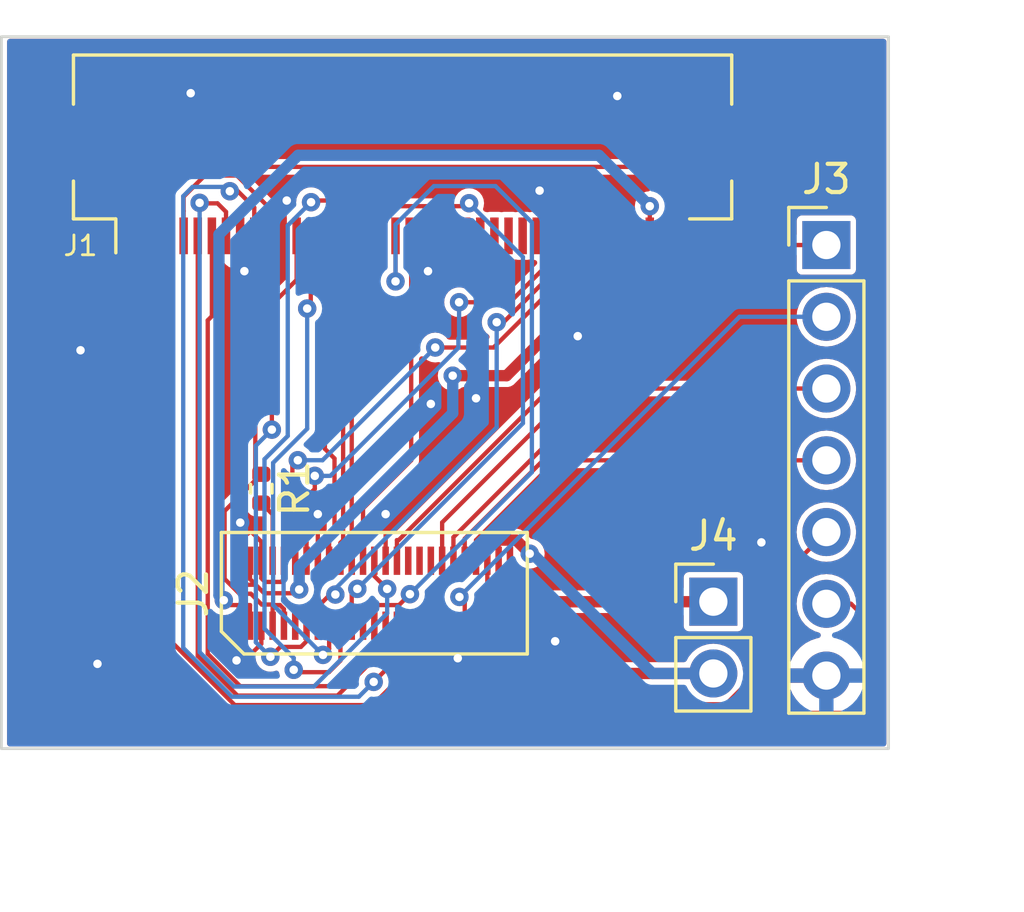
<source format=kicad_pcb>
(kicad_pcb (version 20240108) (generator "pcbnew") (generator_version "8.0")
  (layers (0 "F.Cu" signal) (31 "B.Cu" signal) (34 "B.Paste" user) (35 "F.Paste" user) (36 "B.SilkS" user "B.Silkscreen") (37 "F.SilkS" user "F.Silkscreen") (38 "B.Mask" user) (39 "F.Mask" user) (44 "Edge.Cuts" user))
  (net 0 "")
  (net 1 "VGL")
  (net 2 "GND")
  (net 3 "VGH")
  (net 4 "VCOM")
  (net 5 "VPOS")
  (net 6 "VNEG")
  (net 7 "+3V3")
  (net 10 "/BORDER")
  (net 14 "/GDOE")
  (net 15 "/GDCLK")
  (net 16 "/GDSP")
  (net 17 "/ESDCLK")
  (net 18 "/ED0")
  (net 19 "/ED8")
  (net 20 "/ED1")
  (net 21 "/ED9")
  (net 22 "/ED2")
  (net 23 "/ED10")
  (net 24 "/ED3")
  (net 25 "/ED11")
  (net 26 "/ED4")
  (net 27 "/ED12")
  (net 28 "/ED5")
  (net 29 "/ED13")
  (net 30 "/ED6")
  (net 31 "/ED14")
  (net 32 "/ED7")
  (net 33 "/ED15")
  (net 34 "/SDCE0")
  (net 35 "/ESDLE")
  (net 36 "/ESDOE")
  (net 39 "/CTP_SDA")
  (net 40 "/CTP_SCL")
  (net 43 "/LED_K")
  (net 44 "/LED_A")
  (net 46 "/CTP_RST")
  (net 49 "/CTP_INT")
  (net 50 "/CTP_VCCIO")
  (net 51 "Net-(J2-Pin_8)")
  (net 52 "/CTP_VDD")
  (footprint "Connector_PinHeader_2.54mm:PinHeader_1x07_P2.54mm_Vertical" (layer "F.Cu") (at 177 80.375)
    (property "Reference" "J3" (at 0 -2.33 0) (layer "F.SilkS"))
    (property "Value" "Conn_01x07")
    (fp_line (start -1.33 -1.33) (end 0 -1.33) (stroke (width 0.12)) (layer "F.SilkS"))
    (fp_line (start -1.33 0) (end -1.33 -1.33) (stroke (width 0.12)) (layer "F.SilkS"))
    (fp_line (start -1.33 1.27) (end -1.33 16.57) (stroke (width 0.12)) (layer "F.SilkS"))
    (fp_line (start -1.33 1.27) (end 1.33 1.27) (stroke (width 0.12)) (layer "F.SilkS"))
    (fp_line (start -1.33 16.57) (end 1.33 16.57) (stroke (width 0.12)) (layer "F.SilkS"))
    (fp_line (start 1.33 1.27) (end 1.33 16.57) (stroke (width 0.12)) (layer "F.SilkS"))
    (pad "1" thru_hole rect (at 0 0) (size 1.7 1.7) (drill 1) (layers "*.Cu" "*.Mask") (net 39 "/CTP_SDA"))
    (pad "2" thru_hole oval (at 0 2.54) (size 1.7 1.7) (drill 1) (layers "*.Cu" "*.Mask") (net 40 "/CTP_SCL"))
    (pad "3" thru_hole oval (at 0 5.08) (size 1.7 1.7) (drill 1) (layers "*.Cu" "*.Mask") (net 49 "/CTP_INT"))
    (pad "4" thru_hole oval (at 0 7.62) (size 1.7 1.7) (drill 1) (layers "*.Cu" "*.Mask") (net 46 "/CTP_RST"))
    (pad "5" thru_hole oval (at 0 10.16) (size 1.7 1.7) (drill 1) (layers "*.Cu" "*.Mask") (net 52 "/CTP_VDD"))
    (pad "6" thru_hole oval (at 0 12.7) (size 1.7 1.7) (drill 1) (layers "*.Cu" "*.Mask") (net 50 "/CTP_VCCIO"))
    (pad "7" thru_hole oval (at 0 15.24) (size 1.7 1.7) (drill 1) (layers "*.Cu" "*.Mask") (net 2 "GND"))
  )
  (footprint "Resistor_SMD:R_0402_1005Metric" (layer "F.Cu") (at 157 89 -90)
    (property "Reference" "R1" (at 0 -1.17 90) (layer "F.SilkS"))
    (property "Value" "10K")
    (fp_line (start -0.153641 0.38) (end 0.153641 0.38) (stroke (width 0.12)) (layer "F.SilkS"))
    (fp_line (start -0.153641 -0.38) (end 0.153641 -0.38) (stroke (width 0.12)) (layer "F.SilkS"))
    (pad "1" smd roundrect (at -0.51 0 270) (size 0.54 0.64) (layers "F.Cu" "F.Paste" "F.Mask") (net 7 "+3V3"))
    (pad "2" smd roundrect (at 0.51 0 270) (size 0.54 0.64) (layers "F.Cu" "F.Paste" "F.Mask") (net 51 "Net-(J2-Pin_8)"))
  )
  (footprint "Connector_PinHeader_2.54mm:PinHeader_1x02_P2.54mm_Vertical" (layer "F.Cu") (at 173 93)
    (property "Reference" "J4" (at 0 -2.33 0) (layer "F.SilkS"))
    (property "Value" "Conn_01x02")
    (fp_line (start -1.33 -1.33) (end 0 -1.33) (stroke (width 0.12)) (layer "F.SilkS"))
    (fp_line (start -1.33 0) (end -1.33 -1.33) (stroke (width 0.12)) (layer "F.SilkS"))
    (fp_line (start -1.33 1.27) (end -1.33 3.87) (stroke (width 0.12)) (layer "F.SilkS"))
    (fp_line (start -1.33 1.27) (end 1.33 1.27) (stroke (width 0.12)) (layer "F.SilkS"))
    (fp_line (start -1.33 3.87) (end 1.33 3.87) (stroke (width 0.12)) (layer "F.SilkS"))
    (fp_line (start 1.33 1.27) (end 1.33 3.87) (stroke (width 0.12)) (layer "F.SilkS"))
    (pad "1" thru_hole rect (at 0 0) (size 1.7 1.7) (drill 1) (layers "*.Cu" "*.Mask") (net 44 "/LED_A"))
    (pad "2" thru_hole oval (at 0 2.54) (size 1.7 1.7) (drill 1) (layers "*.Cu" "*.Mask") (net 43 "/LED_K"))
  )
  (footprint "footprints:BM20B-0.8-50" (layer "F.Cu") (at 161 92.7)
    (property "Reference" "J2" (at -6.415 0 90) (layer "F.SilkS"))
    (property "Value" "FH28-50S-0.5SH")
    (fp_line (start -5.415 -2.15) (end 5.415 -2.15) (stroke (width 0.12)) (layer "F.SilkS"))
    (fp_line (start -5.415 1.35) (end -5.415 -2.15) (stroke (width 0.12)) (layer "F.SilkS"))
    (fp_line (start -4.615 2.15) (end -5.415 1.35) (stroke (width 0.12)) (layer "F.SilkS"))
    (fp_line (start 5.415 -2.15) (end 5.415 2.15) (stroke (width 0.12)) (layer "F.SilkS"))
    (fp_line (start 5.415 2.15) (end -4.615 2.15) (stroke (width 0.12)) (layer "F.SilkS"))
    (pad "1" smd rect (at -4.8 1.15) (size 0.23 1) (layers "F.Cu" "F.Paste" "F.Mask") (net 6 "VNEG"))
    (pad "2" smd rect (at -4.8 -1.15) (size 0.23 1) (layers "F.Cu" "F.Paste" "F.Mask") (net 5 "VPOS"))
    (pad "3" smd rect (at -4.4 1.15) (size 0.23 1) (layers "F.Cu" "F.Paste" "F.Mask") (net 6 "VNEG"))
    (pad "4" smd rect (at -4.4 -1.15) (size 0.23 1) (layers "F.Cu" "F.Paste" "F.Mask") (net 5 "VPOS"))
    (pad "5" smd rect (at -4 1.15) (size 0.23 1) (layers "F.Cu" "F.Paste" "F.Mask") (net 2 "GND"))
    (pad "6" smd rect (at -4 -1.15) (size 0.23 1) (layers "F.Cu" "F.Paste" "F.Mask") (net 2 "GND"))
    (pad "7" smd rect (at -3.6 1.15) (size 0.23 1) (layers "F.Cu" "F.Paste" "F.Mask") (net 7 "+3V3"))
    (pad "8" smd rect (at -3.6 -1.15) (size 0.23 1) (layers "F.Cu" "F.Paste" "F.Mask") (net 51 "Net-(J2-Pin_8)"))
    (pad "9" smd rect (at -3.2 1.15) (size 0.23 1) (layers "F.Cu" "F.Paste" "F.Mask") (net 7 "+3V3"))
    (pad "10" smd rect (at -3.2 -1.15) (size 0.23 1) (layers "F.Cu" "F.Paste" "F.Mask") (net 2 "GND"))
    (pad "11" smd rect (at -2.8 1.15) (size 0.23 1) (layers "F.Cu" "F.Paste" "F.Mask"))
    (pad "12" smd rect (at -2.8 -1.15) (size 0.23 1) (layers "F.Cu" "F.Paste" "F.Mask") (net 36 "/ESDOE"))
    (pad "13" smd rect (at -2.4 1.15) (size 0.23 1) (layers "F.Cu" "F.Paste" "F.Mask") (net 17 "/ESDCLK"))
    (pad "14" smd rect (at -2.4 -1.15) (size 0.23 1) (layers "F.Cu" "F.Paste" "F.Mask") (net 34 "/SDCE0"))
    (pad "15" smd rect (at -2 1.15) (size 0.23 1) (layers "F.Cu" "F.Paste" "F.Mask") (net 35 "/ESDLE"))
    (pad "16" smd rect (at -2 -1.15) (size 0.23 1) (layers "F.Cu" "F.Paste" "F.Mask") (net 2 "GND"))
    (pad "17" smd rect (at -1.6 1.15) (size 0.23 1) (layers "F.Cu" "F.Paste" "F.Mask") (net 18 "/ED0"))
    (pad "18" smd rect (at -1.6 -1.15) (size 0.23 1) (layers "F.Cu" "F.Paste" "F.Mask") (net 20 "/ED1"))
    (pad "19" smd rect (at -1.2 1.15) (size 0.23 1) (layers "F.Cu" "F.Paste" "F.Mask") (net 22 "/ED2"))
    (pad "20" smd rect (at -1.2 -1.15) (size 0.23 1) (layers "F.Cu" "F.Paste" "F.Mask") (net 24 "/ED3"))
    (pad "21" smd rect (at -0.8 1.15) (size 0.23 1) (layers "F.Cu" "F.Paste" "F.Mask") (net 26 "/ED4"))
    (pad "22" smd rect (at -0.8 -1.15) (size 0.23 1) (layers "F.Cu" "F.Paste" "F.Mask") (net 28 "/ED5"))
    (pad "23" smd rect (at -0.4 1.15) (size 0.23 1) (layers "F.Cu" "F.Paste" "F.Mask") (net 30 "/ED6"))
    (pad "24" smd rect (at -0.4 -1.15) (size 0.23 1) (layers "F.Cu" "F.Paste" "F.Mask") (net 32 "/ED7"))
    (pad "25" smd rect (at 0 1.15) (size 0.23 1) (layers "F.Cu" "F.Paste" "F.Mask") (net 15 "/GDCLK"))
    (pad "26" smd rect (at 0 -1.15) (size 0.23 1) (layers "F.Cu" "F.Paste" "F.Mask") (net 16 "/GDSP"))
    (pad "27" smd rect (at 0.4 1.15) (size 0.23 1) (layers "F.Cu" "F.Paste" "F.Mask") (net 14 "/GDOE"))
    (pad "28" smd rect (at 0.4 -1.15) (size 0.23 1) (layers "F.Cu" "F.Paste" "F.Mask") (net 2 "GND"))
    (pad "29" smd rect (at 0.8 1.15) (size 0.23 1) (layers "F.Cu" "F.Paste" "F.Mask") (net 4 "VCOM"))
    (pad "30" smd rect (at 0.8 -1.15) (size 0.23 1) (layers "F.Cu" "F.Paste" "F.Mask") (net 10 "/BORDER"))
    (pad "31" smd rect (at 1.2 1.15) (size 0.23 1) (layers "F.Cu" "F.Paste" "F.Mask"))
    (pad "32" smd rect (at 1.2 -1.15) (size 0.23 1) (layers "F.Cu" "F.Paste" "F.Mask"))
    (pad "33" smd rect (at 1.6 1.15) (size 0.23 1) (layers "F.Cu" "F.Paste" "F.Mask"))
    (pad "34" smd rect (at 1.6 -1.15) (size 0.23 1) (layers "F.Cu" "F.Paste" "F.Mask"))
    (pad "35" smd rect (at 2 1.15) (size 0.23 1) (layers "F.Cu" "F.Paste" "F.Mask") (net 3 "VGH"))
    (pad "36" smd rect (at 2 -1.15) (size 0.23 1) (layers "F.Cu" "F.Paste" "F.Mask"))
    (pad "37" smd rect (at 2.4 1.15) (size 0.23 1) (layers "F.Cu" "F.Paste" "F.Mask") (net 50 "/CTP_VCCIO"))
    (pad "38" smd rect (at 2.4 -1.15) (size 0.23 1) (layers "F.Cu" "F.Paste" "F.Mask") (net 1 "VGL"))
    (pad "39" smd rect (at 2.8 1.15) (size 0.23 1) (layers "F.Cu" "F.Paste" "F.Mask") (net 2 "GND"))
    (pad "40" smd rect (at 2.8 -1.15) (size 0.23 1) (layers "F.Cu" "F.Paste" "F.Mask") (net 39 "/CTP_SDA"))
    (pad "41" smd rect (at 3.2 1.15) (size 0.23 1) (layers "F.Cu" "F.Paste" "F.Mask") (net 40 "/CTP_SCL"))
    (pad "42" smd rect (at 3.2 -1.15) (size 0.23 1) (layers "F.Cu" "F.Paste" "F.Mask") (net 49 "/CTP_INT"))
    (pad "43" smd rect (at 3.6 1.15) (size 0.23 1) (layers "F.Cu" "F.Paste" "F.Mask") (net 52 "/CTP_VDD"))
    (pad "44" smd rect (at 3.6 -1.15) (size 0.23 1) (layers "F.Cu" "F.Paste" "F.Mask") (net 46 "/CTP_RST"))
    (pad "45" smd rect (at 4 1.15) (size 0.23 1) (layers "F.Cu" "F.Paste" "F.Mask") (net 43 "/LED_K"))
    (pad "46" smd rect (at 4 -1.15) (size 0.23 1) (layers "F.Cu" "F.Paste" "F.Mask") (net 43 "/LED_K"))
    (pad "47" smd rect (at 4.4 1.15) (size 0.23 1) (layers "F.Cu" "F.Paste" "F.Mask") (net 44 "/LED_A"))
    (pad "48" smd rect (at 4.4 -1.15) (size 0.23 1) (layers "F.Cu" "F.Paste" "F.Mask") (net 43 "/LED_K"))
    (pad "49" smd rect (at 4.8 1.15) (size 0.23 1) (layers "F.Cu" "F.Paste" "F.Mask") (net 44 "/LED_A"))
    (pad "50" smd rect (at 4.8 -1.15) (size 0.23 1) (layers "F.Cu" "F.Paste" "F.Mask") (net 43 "/LED_K"))
  )
  (footprint "footprints:Hirose_FH12-40S-0.5SH_1x40-1MP_P0.50mm_Horizontal_Reversed" (layer "F.Cu") (at 162 78.15 180)
    (property "Reference" "J1" (at 11.4 -2.25 0) (layer "F.SilkS") (effects (font (size 0.7 0.7) (thickness 0.1))))
    (property "Value" "FH12-40S-0.5SH")
    (fp_line (start 11.65 4.5) (end 11.65 2.76) (stroke (width 0.12)) (layer "F.SilkS"))
    (fp_line (start 11.65 -1.3) (end 11.65 0.04) (stroke (width 0.12)) (layer "F.SilkS"))
    (fp_line (start 10.16 -1.3) (end 11.65 -1.3) (stroke (width 0.12)) (layer "F.SilkS"))
    (fp_line (start 10.15 -1.3) (end 10.15 -2.5) (stroke (width 0.12)) (layer "F.SilkS"))
    (fp_line (start -10.16 -1.3) (end -11.65 -1.3) (stroke (width 0.12)) (layer "F.SilkS"))
    (fp_line (start -11.65 4.5) (end 11.65 4.5) (stroke (width 0.12)) (layer "F.SilkS"))
    (fp_line (start -11.65 2.76) (end -11.65 4.5) (stroke (width 0.12)) (layer "F.SilkS"))
    (fp_line (start -11.65 -1.3) (end -11.65 0.04) (stroke (width 0.12)) (layer "F.SilkS"))
    (pad "1" smd rect (at 9.75 -1.9) (size 0.3 1.3) (layers "F.Cu" "F.Paste" "F.Mask") (net 1 "VGL"))
    (pad "2" smd rect (at 9.25 -1.9) (size 0.3 1.3) (layers "F.Cu" "F.Paste" "F.Mask"))
    (pad "3" smd rect (at 8.75 -1.9) (size 0.3 1.3) (layers "F.Cu" "F.Paste" "F.Mask") (net 3 "VGH"))
    (pad "4" smd rect (at 8.25 -1.9) (size 0.3 1.3) (layers "F.Cu" "F.Paste" "F.Mask"))
    (pad "5" smd rect (at 7.75 -1.9) (size 0.3 1.3) (layers "F.Cu" "F.Paste" "F.Mask") (net 7 "+3V3"))
    (pad "6" smd rect (at 7.25 -1.9) (size 0.3 1.3) (layers "F.Cu" "F.Paste" "F.Mask") (net 14 "/GDOE"))
    (pad "7" smd rect (at 6.75 -1.9) (size 0.3 1.3) (layers "F.Cu" "F.Paste" "F.Mask") (net 15 "/GDCLK"))
    (pad "8" smd rect (at 6.25 -1.9) (size 0.3 1.3) (layers "F.Cu" "F.Paste" "F.Mask") (net 16 "/GDSP"))
    (pad "9" smd rect (at 5.75 -1.9) (size 0.3 1.3) (layers "F.Cu" "F.Paste" "F.Mask") (net 2 "GND"))
    (pad "10" smd rect (at 5.25 -1.9) (size 0.3 1.3) (layers "F.Cu" "F.Paste" "F.Mask") (net 4 "VCOM"))
    (pad "11" smd rect (at 4.75 -1.9) (size 0.3 1.3) (layers "F.Cu" "F.Paste" "F.Mask") (net 7 "+3V3"))
    (pad "12" smd rect (at 4.25 -1.9) (size 0.3 1.3) (layers "F.Cu" "F.Paste" "F.Mask") (net 2 "GND"))
    (pad "13" smd rect (at 3.75 -1.9) (size 0.3 1.3) (layers "F.Cu" "F.Paste" "F.Mask") (net 17 "/ESDCLK"))
    (pad "14" smd rect (at 3.25 -1.9) (size 0.3 1.3) (layers "F.Cu" "F.Paste" "F.Mask") (net 18 "/ED0"))
    (pad "15" smd rect (at 2.75 -1.9) (size 0.3 1.3) (layers "F.Cu" "F.Paste" "F.Mask") (net 20 "/ED1"))
    (pad "16" smd rect (at 2.25 -1.9) (size 0.3 1.3) (layers "F.Cu" "F.Paste" "F.Mask") (net 22 "/ED2"))
    (pad "17" smd rect (at 1.75 -1.9) (size 0.3 1.3) (layers "F.Cu" "F.Paste" "F.Mask") (net 24 "/ED3"))
    (pad "18" smd rect (at 1.25 -1.9) (size 0.3 1.3) (layers "F.Cu" "F.Paste" "F.Mask") (net 26 "/ED4"))
    (pad "19" smd rect (at 0.75 -1.9) (size 0.3 1.3) (layers "F.Cu" "F.Paste" "F.Mask") (net 28 "/ED5"))
    (pad "20" smd rect (at 0.25 -1.9) (size 0.3 1.3) (layers "F.Cu" "F.Paste" "F.Mask") (net 30 "/ED6"))
    (pad "21" smd rect (at -0.25 -1.9) (size 0.3 1.3) (layers "F.Cu" "F.Paste" "F.Mask") (net 32 "/ED7"))
    (pad "22" smd rect (at -0.75 -1.9) (size 0.3 1.3) (layers "F.Cu" "F.Paste" "F.Mask") (net 2 "GND"))
    (pad "23" smd rect (at -1.25 -1.9) (size 0.3 1.3) (layers "F.Cu" "F.Paste" "F.Mask") (net 19 "/ED8"))
    (pad "24" smd rect (at -1.75 -1.9) (size 0.3 1.3) (layers "F.Cu" "F.Paste" "F.Mask") (net 21 "/ED9"))
    (pad "25" smd rect (at -2.25 -1.9) (size 0.3 1.3) (layers "F.Cu" "F.Paste" "F.Mask") (net 23 "/ED10"))
    (pad "26" smd rect (at -2.75 -1.9) (size 0.3 1.3) (layers "F.Cu" "F.Paste" "F.Mask") (net 25 "/ED11"))
    (pad "27" smd rect (at -3.25 -1.9) (size 0.3 1.3) (layers "F.Cu" "F.Paste" "F.Mask") (net 27 "/ED12"))
    (pad "28" smd rect (at -3.75 -1.9) (size 0.3 1.3) (layers "F.Cu" "F.Paste" "F.Mask") (net 29 "/ED13"))
    (pad "29" smd rect (at -4.25 -1.9) (size 0.3 1.3) (layers "F.Cu" "F.Paste" "F.Mask") (net 31 "/ED14"))
    (pad "30" smd rect (at -4.75 -1.9) (size 0.3 1.3) (layers "F.Cu" "F.Paste" "F.Mask") (net 33 "/ED15"))
    (pad "31" smd rect (at -5.25 -1.9) (size 0.3 1.3) (layers "F.Cu" "F.Paste" "F.Mask") (net 34 "/SDCE0"))
    (pad "32" smd rect (at -5.75 -1.9) (size 0.3 1.3) (layers "F.Cu" "F.Paste" "F.Mask") (net 35 "/ESDLE"))
    (pad "33" smd rect (at -6.25 -1.9) (size 0.3 1.3) (layers "F.Cu" "F.Paste" "F.Mask") (net 36 "/ESDOE"))
    (pad "34" smd rect (at -6.75 -1.9) (size 0.3 1.3) (layers "F.Cu" "F.Paste" "F.Mask"))
    (pad "35" smd rect (at -7.25 -1.9) (size 0.3 1.3) (layers "F.Cu" "F.Paste" "F.Mask"))
    (pad "36" smd rect (at -7.75 -1.9) (size 0.3 1.3) (layers "F.Cu" "F.Paste" "F.Mask") (net 5 "VPOS"))
    (pad "37" smd rect (at -8.25 -1.9) (size 0.3 1.3) (layers "F.Cu" "F.Paste" "F.Mask"))
    (pad "38" smd rect (at -8.75 -1.9) (size 0.3 1.3) (layers "F.Cu" "F.Paste" "F.Mask") (net 6 "VNEG"))
    (pad "39" smd rect (at -9.25 -1.9) (size 0.3 1.3) (layers "F.Cu" "F.Paste" "F.Mask"))
    (pad "40" smd rect (at -9.75 -1.9) (size 0.3 1.3) (layers "F.Cu" "F.Paste" "F.Mask") (net 10 "/BORDER"))
    (pad "MP" smd rect (at -11.65 1.4 180) (size 1.8 2.2) (layers "F.Cu" "F.Paste" "F.Mask") (net 2 "GND"))
    (pad "MP" smd rect (at 11.65 1.4 180) (size 1.8 2.2) (layers "F.Cu" "F.Paste" "F.Mask") (net 2 "GND"))
  )
  (gr_rect (start 147.8 73) (end 179.2 98.2) (stroke (width 0.1)) (fill none) (layer "Edge.Cuts"))
  (segment (start 172.135 79.2938) (end 170.4499 77.6087) (width 0.1524) (layer "F.Cu") (net 1))
  (segment (start 152.25 80.05) (end 152.25 79.1697) (width 0.1524) (layer "F.Cu") (net 1))
  (segment (start 153.811 77.6087) (end 152.25 79.1697) (width 0.1524) (layer "F.Cu") (net 1))
  (segment (start 163.4 91.55) (end 163.4 90.1951) (width 0.1524) (layer "F.Cu") (net 1))
  (segment (start 163.4 90.1951) (end 172.135 81.4601) (width 0.1524) (layer "F.Cu") (net 1))
  (segment (start 172.135 81.4601) (end 172.135 79.2938) (width 0.1524) (layer "F.Cu") (net 1))
  (segment (start 170.4499 77.6087) (end 153.811 77.6087) (width 0.1524) (layer "F.Cu") (net 1))
  (segment (start 157.75 78.95) (end 157.9 78.8) (width 0.1524) (layer "F.Cu") (net 2))
  (segment (start 164.6 85.8) (end 166 85.8) (width 0.1524) (layer "F.Cu") (net 2))
  (segment (start 157.131052 92.3) (end 157.7 92.3) (width 0.1524) (layer "F.Cu") (net 2))
  (segment (start 161.4 89.9) (end 164.6 86.7) (width 0.1524) (layer "F.Cu") (net 2))
  (segment (start 156.2536 90.2) (end 156.3222 90.2) (width 0.1524) (layer "F.Cu") (net 2))
  (segment (start 159 91.55) (end 159 89.9) (width 0.1524) (layer "F.Cu") (net 2))
  (segment (start 157.7 92.3) (end 157.8 92.2) (width 0.1524) (layer "F.Cu") (net 2))
  (segment (start 156.3222 90.2) (end 157 90.8778) (width 0.1524) (layer "F.Cu") (net 2))
  (segment (start 157 94.488191) (end 157 93.85) (width 0.1524) (layer "F.Cu") (net 2))
  (segment (start 156.410698 95.077493) (end 157 94.488191) (width 0.1524) (layer "F.Cu") (net 2))
  (segment (start 164.6 86.7) (end 164.6 85.8) (width 0.1524) (layer "F.Cu") (net 2))
  (segment (start 157 91.55) (end 157 92.168948) (width 0.1524) (layer "F.Cu") (net 2))
  (segment (start 157.8 92.2) (end 157.8 91.55) (width 0.1524) (layer "F.Cu") (net 2))
  (segment (start 157.75 80.05) (end 157.75 78.95) (width 0.1524) (layer "F.Cu") (net 2))
  (segment (start 156.122507 95.077493) (end 156.410698 95.077493) (width 0.1524) (layer "F.Cu") (net 2))
  (segment (start 166 85.8) (end 168.2 83.6) (width 0.1524) (layer "F.Cu") (net 2))
  (segment (start 156.25 81.15) (end 156.4 81.3) (width 0.1524) (layer "F.Cu") (net 2))
  (segment (start 163.8 93.85) (end 163.8 94.8464) (width 0.1524) (layer "F.Cu") (net 2))
  (segment (start 157 92.168948) (end 157.131052 92.3) (width 0.1524) (layer "F.Cu") (net 2))
  (segment (start 161.4 91.55) (end 161.4 89.9) (width 0.1524) (layer "F.Cu") (net 2))
  (segment (start 156.25 80.05) (end 156.25 81.15) (width 0.1524) (layer "F.Cu") (net 2))
  (segment (start 157 90.8778) (end 157 91.55) (width 0.1524) (layer "F.Cu") (net 2))
  (segment (start 164.4 86) (end 164.6 85.8) (width 0.1524) (layer "F.Cu") (net 2))
  (segment (start 163 86) (end 164.4 86) (width 0.1524) (layer "F.Cu") (net 2))
  (segment (start 162.75 80.05) (end 162.75 81.15) (width 0.1524) (layer "F.Cu") (net 2))
  (segment (start 163.8 94.8464) (end 163.9536 95) (width 0.1524) (layer "F.Cu") (net 2))
  (segment (start 162.75 81.15) (end 162.9 81.3) (width 0.1524) (layer "F.Cu") (net 2))
  (via (at 156.122507 95.077493) (size 0.65) (drill 0.3) (layers "F.Cu" "B.Cu") (net 2))
  (via (at 169.6 75.1) (size 0.65) (drill 0.3) (layers "F.Cu" "B.Cu") (net 2))
  (via (at 166.85 78.45) (size 0.65) (drill 0.3) (layers "F.Cu" "B.Cu") (net 2))
  (via (at 154.5 75) (size 0.65) (drill 0.3) (layers "F.Cu" "B.Cu") (net 2))
  (via (at 151.2 95.2) (size 0.65) (drill 0.3) (layers "F.Cu" "B.Cu") (net 2))
  (via (at 163 86) (size 0.65) (drill 0.3) (layers "F.Cu" "B.Cu") (net 2))
  (via (at 163.9536 95) (size 0.65) (drill 0.3) (layers "F.Cu" "B.Cu") (net 2))
  (via (at 167.4 94.4) (size 0.65) (drill 0.3) (layers "F.Cu" "B.Cu") (net 2))
  (via (at 156.2536 90.2) (size 0.65) (drill 0.3) (layers "F.Cu" "B.Cu") (net 2))
  (via (at 164.6 85.8) (size 0.65) (drill 0.3) (layers "F.Cu" "B.Cu") (net 2))
  (via (at 162.9 81.3) (size 0.65) (drill 0.3) (layers "F.Cu" "B.Cu") (net 2))
  (via (at 157.9 78.8) (size 0.65) (drill 0.3) (layers "F.Cu" "B.Cu") (net 2))
  (via (at 174.7 90.9) (size 0.65) (drill 0.3) (layers "F.Cu" "B.Cu") (net 2))
  (via (at 159 89.9) (size 0.65) (drill 0.3) (layers "F.Cu" "B.Cu") (net 2))
  (via (at 156.4 81.3) (size 0.65) (drill 0.3) (layers "F.Cu" "B.Cu") (net 2))
  (via (at 161.4 89.9) (size 0.65) (drill 0.3) (layers "F.Cu" "B.Cu") (net 2))
  (via (at 150.6 84.1) (size 0.65) (drill 0.3) (layers "F.Cu" "B.Cu") (net 2))
  (via (at 168.2 83.6) (size 0.65) (drill 0.3) (layers "F.Cu" "B.Cu") (net 2))
  (segment (start 163.2 94.2464) (end 163.9536 95) (width 0.1524) (layer "B.Cu") (net 2))
  (segment (start 158 93.2) (end 158.1 93.2) (width 0.1524) (layer "B.Cu") (net 2))
  (segment (start 159 92.8) (end 159 92.2) (width 0.1524) (layer "B.Cu") (net 2))
  (segment (start 158.4 93.4) (end 159 92.8) (width 0.1524) (layer "B.Cu") (net 2))
  (segment (start 159 89.9) (end 162.9 86) (width 0.1524) (layer "B.Cu") (net 2))
  (segment (start 158.3 93.4) (end 158.4 93.4) (width 0.1524) (layer "B.Cu") (net 2))
  (segment (start 162.9 86) (end 163 86) (width 0.1524) (layer "B.Cu") (net 2))
  (segment (start 163.2 92.7) (end 163.2 94.2464) (width 0.1524) (layer "B.Cu") (net 2))
  (segment (start 159 89.9) (end 157.7871 91.1129) (width 0.1524) (layer "B.Cu") (net 2))
  (segment (start 164.6 85.8) (end 164.6 82.217091) (width 0.1524) (layer "B.Cu") (net 2))
  (segment (start 159 92.2) (end 161.3 89.9) (width 0.1524) (layer "B.Cu") (net 2))
  (segment (start 158.1 93.2) (end 158.3 93.4) (width 0.1524) (layer "B.Cu") (net 2))
  (segment (start 164.6 82.217091) (end 163.682909 81.3) (width 0.1524) (layer "B.Cu") (net 2))
  (segment (start 167.5 79.1) (end 167.5 88.4) (width 0.1524) (layer "B.Cu") (net 2))
  (segment (start 167.5 88.4) (end 163.2 92.7) (width 0.1524) (layer "B.Cu") (net 2))
  (segment (start 157.9 78.8) (end 158.7165 77.9835) (width 0.1524) (layer "B.Cu") (net 2))
  (segment (start 166.3835 77.9835) (end 167.5 79.1) (width 0.1524) (layer "B.Cu") (net 2))
  (segment (start 157.7871 92.9871) (end 158 93.2) (width 0.1524) (layer "B.Cu") (net 2))
  (segment (start 158.7165 77.9835) (end 166.3835 77.9835) (width 0.1524) (layer "B.Cu") (net 2))
  (segment (start 161.3 89.9) (end 161.4 89.9) (width 0.1524) (layer "B.Cu") (net 2))
  (segment (start 163.682909 81.3) (end 162.9 81.3) (width 0.1524) (layer "B.Cu") (net 2))
  (segment (start 157.7871 91.1129) (end 157.7871 92.9871) (width 0.1524) (layer "B.Cu") (net 2))
  (segment (start 153.25 93.85) (end 156.0588 96.6588) (width 0.1524) (layer "F.Cu") (net 3))
  (segment (start 163 94.6007) (end 163 93.85) (width 0.1524) (layer "F.Cu") (net 3))
  (segment (start 156.0588 96.6588) (end 160.9419 96.6588) (width 0.1524) (layer "F.Cu") (net 3))
  (segment (start 153.25 80.05) (end 153.25 93.85) (width 0.1524) (layer "F.Cu") (net 3))
  (segment (start 160.9419 96.6588) (end 163 94.6007) (width 0.1524) (layer "F.Cu") (net 3))
  (segment (start 161.8 95.0153) (end 161.8 93.85) (width 0.1524) (layer "F.Cu") (net 4))
  (segment (start 156.75 79.05) (end 156.1705 78.4705) (width 0.1524) (layer "F.Cu") (net 4))
  (segment (start 160.9769 95.8384) (end 161.8 95.0153) (width 0.1524) (layer "F.Cu") (net 4))
  (segment (start 156.75 80.05) (end 156.75 79.05) (width 0.1524) (layer "F.Cu") (net 4))
  (segment (start 156.1705 78.4705) (end 155.8853 78.4705) (width 0.1524) (layer "F.Cu") (net 4))
  (via (at 155.8853 78.4705) (size 0.65) (drill 0.3) (layers "F.Cu" "B.Cu") (net 4))
  (via (at 160.9769 95.8384) (size 0.65) (drill 0.3) (layers "F.Cu" "B.Cu") (net 4))
  (segment (start 154.5646 78.3176) (end 154.2352 78.647) (width 0.1524) (layer "B.Cu") (net 4))
  (segment (start 155.7324 78.3176) (end 154.5646 78.3176) (width 0.1524) (layer "B.Cu") (net 4))
  (segment (start 155.8853 78.4705) (end 155.7324 78.3176) (width 0.1524) (layer "B.Cu") (net 4))
  (segment (start 160.4515 96.3638) (end 160.9769 95.8384) (width 0.1524) (layer "B.Cu") (net 4))
  (segment (start 155.9638 96.3638) (end 160.4515 96.3638) (width 0.1524) (layer "B.Cu") (net 4))
  (segment (start 154.2352 78.647) (end 154.2352 94.6352) (width 0.1524) (layer "B.Cu") (net 4))
  (segment (start 154.2352 94.6352) (end 155.9638 96.3638) (width 0.1524) (layer "B.Cu") (net 4))
  (segment (start 157.1 92.7) (end 156.9 92.5) (width 0.1524) (layer "F.Cu") (net 5))
  (segment (start 158.2097 92.7) (end 157.1 92.7) (width 0.1524) (layer "F.Cu") (net 5))
  (segment (start 158.3407 92.569) (end 158.2097 92.7) (width 0.1524) (layer "F.Cu") (net 5))
  (segment (start 156.6 92.2) (end 156.6 91.55) (width 0.1524) (layer "F.Cu") (net 5))
  (segment (start 169.75 80.9303) (end 165.6805 84.9998) (width 0.4) (layer "F.Cu") (net 5))
  (segment (start 169.75 80.05) (end 169.75 80.9303) (width 0.1524) (layer "F.Cu") (net 5))
  (segment (start 156.2 91.55) (end 156.2 92.096148) (width 0.1524) (layer "F.Cu") (net 5))
  (segment (start 165.6805 84.9998) (end 163.7747 84.9998) (width 0.4) (layer "F.Cu") (net 5))
  (segment (start 156.2 92.096148) (end 156.503852 92.4) (width 0.1524) (layer "F.Cu") (net 5))
  (segment (start 156.9 92.5) (end 156.8 92.4) (width 0.1524) (layer "F.Cu") (net 5))
  (segment (start 156.503852 92.4) (end 156.8 92.4) (width 0.1524) (layer "F.Cu") (net 5))
  (segment (start 156.8 92.4) (end 156.6 92.2) (width 0.1524) (layer "F.Cu") (net 5))
  (via (at 158.3407 92.569) (size 0.65) (drill 0.3) (layers "F.Cu" "B.Cu") (net 5))
  (via (at 163.7747 84.9998) (size 0.65) (drill 0.3) (layers "F.Cu" "B.Cu") (net 5))
  (segment (start 158.3407 91.7593) (end 158.3407 92.569) (width 0.4) (layer "B.Cu") (net 5))
  (segment (start 163.7747 86.3253) (end 158.3407 91.7593) (width 0.4) (layer "B.Cu") (net 5))
  (segment (start 163.7747 84.9998) (end 163.7747 86.3253) (width 0.4) (layer "B.Cu") (net 5))
  (segment (start 155.8447 93.1197) (end 155.6722 92.9472) (width 0.1524) (layer "F.Cu") (net 6))
  (segment (start 156.6 93.85) (end 156.6 93.1197) (width 0.1524) (layer "F.Cu") (net 6))
  (segment (start 156.6 93.1197) (end 156.2 93.1197) (width 0.1524) (layer "F.Cu") (net 6))
  (segment (start 156.2 93.85) (end 156.2 93.1197) (width 0.1524) (layer "F.Cu") (net 6))
  (segment (start 156.2 93.1197) (end 155.8447 93.1197) (width 0.1524) (layer "F.Cu") (net 6))
  (segment (start 170.75 79) (end 170.75 80.05) (width 0.1524) (layer "F.Cu") (net 6))
  (via (at 155.6722 92.9472) (size 0.65) (drill 0.3) (layers "F.Cu" "B.Cu") (net 6))
  (via (at 170.75 79) (size 0.65) (drill 0.3) (layers "F.Cu" "B.Cu") (net 6))
  (segment (start 155.5 92.775) (end 155.6722 92.9472) (width 0.4) (layer "B.Cu") (net 6))
  (segment (start 168.95 77.2) (end 158.3 77.2) (width 0.4) (layer "B.Cu") (net 6))
  (segment (start 170.75 79) (end 168.95 77.2) (width 0.4) (layer "B.Cu") (net 6))
  (segment (start 155.5 80) (end 155.5 92.775) (width 0.4) (layer "B.Cu") (net 6))
  (segment (start 158.3 77.2) (end 155.5 80) (width 0.4) (layer "B.Cu") (net 6))
  (segment (start 156.629243 92.717891) (end 156.2258 92.717891) (width 0.1524) (layer "F.Cu") (net 7))
  (segment (start 157.3803 93.1) (end 157.011352 93.1) (width 0.1524) (layer "F.Cu") (net 7))
  (segment (start 157.8 93.4848) (end 157.8 93.2607) (width 0.1524) (layer "F.Cu") (net 7))
  (segment (start 157.659 93.1197) (end 157.4 93.1197) (width 0.1524) (layer "F.Cu") (net 7))
  (segment (start 157.25 79.0281) (end 156.1371 77.9152) (width 0.1524) (layer "F.Cu") (net 7))
  (segment (start 154.9977 77.9152) (end 154.25 78.6629) (width 0.1524) (layer "F.Cu") (net 7))
  (segment (start 157.25 81.3858) (end 156.7865 81.8493) (width 0.1524) (layer "F.Cu") (net 7))
  (segment (start 157.25 79.1697) (end 157.25 79.0281) (width 0.1524) (layer "F.Cu") (net 7))
  (segment (start 156.1371 77.9152) (end 154.9977 77.9152) (width 0.1524) (layer "F.Cu") (net 7))
  (segment (start 157.25 79.6098) (end 157.25 79.1697) (width 0.1524) (layer "F.Cu") (net 7))
  (segment (start 156.7865 88.2765) (end 157 88.49) (width 0.1524) (layer "F.Cu") (net 7))
  (segment (start 157.011352 93.1) (end 156.629243 92.717891) (width 0.1524) (layer "F.Cu") (net 7))
  (segment (start 156.7865 81.8493) (end 156.7865 88.2765) (width 0.1524) (layer "F.Cu") (net 7))
  (segment (start 157.4 93.85) (end 157.4 93.1197) (width 0.1524) (layer "F.Cu") (net 7))
  (segment (start 156.2258 92.717891) (end 155.7 92.192091) (width 0.1524) (layer "F.Cu") (net 7))
  (segment (start 157.8 93.2607) (end 157.659 93.1197) (width 0.1524) (layer "F.Cu") (net 7))
  (segment (start 155.7 92.192091) (end 155.7 89.79) (width 0.1524) (layer "F.Cu") (net 7))
  (segment (start 157.25 79.6098) (end 157.25 80.05) (width 0.1524) (layer "F.Cu") (net 7))
  (segment (start 157.4 93.1197) (end 157.3803 93.1) (width 0.1524) (layer "F.Cu") (net 7))
  (segment (start 154.25 80.05) (end 154.25 79.1697) (width 0.1524) (layer "F.Cu") (net 7))
  (segment (start 157.8 93.85) (end 157.8 93.4848) (width 0.1524) (layer "F.Cu") (net 7))
  (segment (start 155.7 89.79) (end 157 88.49) (width 0.1524) (layer "F.Cu") (net 7))
  (segment (start 154.25 78.6629) (end 154.25 79.1697) (width 0.1524) (layer "F.Cu") (net 7))
  (segment (start 157.25 80.05) (end 157.25 81.3858) (width 0.1524) (layer "F.Cu") (net 7))
  (segment (start 161.8 90.8197) (end 161.8606 90.8197) (width 0.1524) (layer "F.Cu") (net 10))
  (segment (start 171.75 80.05) (end 171.75 80.9303) (width 0.1524) (layer "F.Cu") (net 10))
  (segment (start 161.8606 90.8197) (end 171.75 80.9303) (width 0.1524) (layer "F.Cu") (net 10))
  (segment (start 161.8 91.55) (end 161.8 90.8197) (width 0.1524) (layer "F.Cu") (net 10))
  (segment (start 154.75 80.05) (end 154.75 94.918948) (width 0.1524) (layer "F.Cu") (net 14))
  (segment (start 159.6975 96.3235) (end 161.4 94.621) (width 0.1524) (layer "F.Cu") (net 14))
  (segment (start 161.4 94.621) (end 161.4 93.85) (width 0.1524) (layer "F.Cu") (net 14))
  (segment (start 156.154552 96.3235) (end 159.6975 96.3235) (width 0.1524) (layer "F.Cu") (net 14))
  (segment (start 154.75 94.918948) (end 156.154552 96.3235) (width 0.1524) (layer "F.Cu") (net 14))
  (segment (start 155.1032 94.841096) (end 155.1032 83.0403) (width 0.1524) (layer "F.Cu") (net 15))
  (segment (start 161 94.5803) (end 159.5905 95.9898) (width 0.1524) (layer "F.Cu") (net 15))
  (segment (start 156.251904 95.9898) (end 155.1032 94.841096) (width 0.1524) (layer "F.Cu") (net 15))
  (segment (start 155.1032 83.0403) (end 155.25 82.8935) (width 0.1524) (layer "F.Cu") (net 15))
  (segment (start 159.5905 95.9898) (end 156.251904 95.9898) (width 0.1524) (layer "F.Cu") (net 15))
  (segment (start 161 93.85) (end 161 94.5803) (width 0.1524) (layer "F.Cu") (net 15))
  (segment (start 155.25 82.8935) (end 155.25 80.05) (width 0.1524) (layer "F.Cu") (net 15))
  (segment (start 154.8161 78.8821) (end 154.834 78.9) (width 0.1524) (layer "F.Cu") (net 16))
  (segment (start 155.45 78.9) (end 155.75 79.2) (width 0.1524) (layer "F.Cu") (net 16))
  (segment (start 161 91.55) (end 161 92.0928) (width 0.1524) (layer "F.Cu") (net 16))
  (segment (start 161 92.0928) (end 161.4539 92.5467) (width 0.1524) (layer "F.Cu") (net 16))
  (segment (start 154.834 78.9) (end 155.45 78.9) (width 0.1524) (layer "F.Cu") (net 16))
  (segment (start 155.75 79.2) (end 155.75 80.05) (width 0.1524) (layer "F.Cu") (net 16))
  (via (at 154.8161 78.8821) (size 0.65) (drill 0.3) (layers "F.Cu" "B.Cu") (net 16))
  (via (at 161.4539 92.5467) (size 0.65) (drill 0.3) (layers "F.Cu" "B.Cu") (net 16))
  (segment (start 154.8161 94.785048) (end 154.8161 78.8821) (width 0.1524) (layer "B.Cu") (net 16))
  (segment (start 161.4539 92.5467) (end 161.4539 93.4109) (width 0.1524) (layer "B.Cu") (net 16))
  (segment (start 158.8623 96.0025) (end 156.033552 96.0025) (width 0.1524) (layer "B.Cu") (net 16))
  (segment (start 156.033552 96.0025) (end 154.8161 94.785048) (width 0.1524) (layer "B.Cu") (net 16))
  (segment (start 161.4539 93.4109) (end 158.8623 96.0025) (width 0.1524) (layer "B.Cu") (net 16))
  (segment (start 158.6 94.4) (end 158.4 94.6) (width 0.1524) (layer "F.Cu") (net 17))
  (segment (start 157.6711 94.6) (end 157.3207 94.9504) (width 0.1524) (layer "F.Cu") (net 17))
  (segment (start 157.3727 82.4842) (end 157.3727 86.9097) (width 0.1524) (layer "F.Cu") (net 17))
  (segment (start 158.25 80.05) (end 158.25 81.6069) (width 0.1524) (layer "F.Cu") (net 17))
  (segment (start 158.6 93.85) (end 158.6 94.4) (width 0.1524) (layer "F.Cu") (net 17))
  (segment (start 158.25 81.6069) (end 157.3727 82.4842) (width 0.1524) (layer "F.Cu") (net 17))
  (segment (start 158.4 94.6) (end 157.6711 94.6) (width 0.1524) (layer "F.Cu") (net 17))
  (via (at 157.3727 86.9097) (size 0.65) (drill 0.3) (layers "F.Cu" "B.Cu") (net 17))
  (via (at 157.3207 94.9504) (size 0.65) (drill 0.3) (layers "F.Cu" "B.Cu") (net 17))
  (segment (start 156.8072 94.4369) (end 157.3207 94.9504) (width 0.1524) (layer "B.Cu") (net 17))
  (segment (start 156.8072 87.4752) (end 156.8072 94.4369) (width 0.1524) (layer "B.Cu") (net 17))
  (segment (start 157.3727 86.9097) (end 156.8072 87.4752) (width 0.1524) (layer "B.Cu") (net 17))
  (segment (start 159.4 93.85) (end 159.4 94.6662) (width 0.1524) (layer "F.Cu") (net 18))
  (segment (start 159.4 94.6662) (end 159.183 94.8832) (width 0.1524) (layer "F.Cu") (net 18))
  (segment (start 158.75 80.05) (end 158.75 82.4958) (width 0.1524) (layer "F.Cu") (net 18))
  (segment (start 158.75 82.4958) (end 158.6232 82.6226) (width 0.1524) (layer "F.Cu") (net 18))
  (via (at 158.6232 82.6226) (size 0.65) (drill 0.3) (layers "F.Cu" "B.Cu") (net 18))
  (via (at 159.183 94.8832) (size 0.65) (drill 0.3) (layers "F.Cu" "B.Cu") (net 18))
  (segment (start 158.6232 86.8781) (end 158.6232 82.6226) (width 0.1524) (layer "B.Cu") (net 18))
  (segment (start 157.4168 88.0845) (end 158.6232 86.8781) (width 0.1524) (layer "B.Cu") (net 18))
  (segment (start 157.4168 93.117) (end 157.4168 88.0845) (width 0.1524) (layer "B.Cu") (net 18))
  (segment (start 159.183 94.8832) (end 157.4168 93.117) (width 0.1524) (layer "B.Cu") (net 18))
  (segment (start 159.5904 90.6293) (end 159.5904 87.92995) (width 0.1524) (layer "F.Cu") (net 20))
  (segment (start 159.4 91.55) (end 159.4 90.8197) (width 0.1524) (layer "F.Cu") (net 20))
  (segment (start 159.5904 87.92995) (end 159.25 87.58955) (width 0.1524) (layer "F.Cu") (net 20))
  (segment (start 159.25 87.58955) (end 159.25 80.05) (width 0.1524) (layer "F.Cu") (net 20))
  (segment (start 159.4 90.8197) (end 159.5904 90.6293) (width 0.1524) (layer "F.Cu") (net 20))
  (segment (start 158.8187 78.8) (end 159.5 78.8) (width 0.1524) (layer "F.Cu") (net 22))
  (segment (start 159.5 78.8) (end 159.75 79.05) (width 0.1524) (layer "F.Cu") (net 22))
  (segment (start 159.3907 95.4951) (end 158.2307 95.4951) (width 0.1524) (layer "F.Cu") (net 22))
  (segment (start 158.76 78.8587) (end 158.8187 78.8) (width 0.1524) (layer "F.Cu") (net 22))
  (segment (start 158.2307 95.4951) (end 158.1465 95.4109) (width 0.1524) (layer "F.Cu") (net 22))
  (segment (start 159.8 93.85) (end 159.8 95.0858) (width 0.1524) (layer "F.Cu") (net 22))
  (segment (start 159.8 95.0858) (end 159.3907 95.4951) (width 0.1524) (layer "F.Cu") (net 22))
  (segment (start 159.75 79.05) (end 159.75 80.05) (width 0.1524) (layer "F.Cu") (net 22))
  (via (at 158.76 78.8587) (size 0.65) (drill 0.3) (layers "F.Cu" "B.Cu") (net 22))
  (via (at 158.1465 95.4109) (size 0.65) (drill 0.3) (layers "F.Cu" "B.Cu") (net 22))
  (segment (start 157.9355 79.6832) (end 158.76 78.8587) (width 0.1524) (layer "B.Cu") (net 22))
  (segment (start 158.1464 94.9907) (end 157.112 93.9563) (width 0.1524) (layer "B.Cu") (net 22))
  (segment (start 157.112 93.9563) (end 157.112 87.9558) (width 0.1524) (layer "B.Cu") (net 22))
  (segment (start 157.9355 87.1323) (end 157.9355 79.6832) (width 0.1524) (layer "B.Cu") (net 22))
  (segment (start 157.112 87.9558) (end 157.9355 87.1323) (width 0.1524) (layer "B.Cu") (net 22))
  (segment (start 158.1464 95.4109) (end 158.1464 94.9907) (width 0.1524) (layer "B.Cu") (net 22))
  (segment (start 158.1465 95.4109) (end 158.1464 95.4109) (width 0.1524) (layer "B.Cu") (net 22))
  (segment (start 159.8952 81.2851) (end 160.25 80.9303) (width 0.1524) (layer "F.Cu") (net 24))
  (segment (start 159.8952 90.8214) (end 159.8952 81.2851) (width 0.1524) (layer "F.Cu") (net 24))
  (segment (start 160.25 80.9303) (end 160.25 80.05) (width 0.1524) (layer "F.Cu") (net 24))
  (segment (start 159.8 91.55) (end 159.8 90.9166) (width 0.1524) (layer "F.Cu") (net 24))
  (segment (start 159.8 90.9166) (end 159.8952 90.8214) (width 0.1524) (layer "F.Cu") (net 24))
  (segment (start 160.95 79) (end 164.2499 79) (width 0.1524) (layer "F.Cu") (net 26))
  (segment (start 160.75 80.05) (end 160.75 79.2) (width 0.1524) (layer "F.Cu") (net 26))
  (segment (start 164.2499 79) (end 164.3549 78.895) (width 0.1524) (layer "F.Cu") (net 26))
  (segment (start 160.2 92.7436) (end 160.2 93.85) (width 0.1524) (layer "F.Cu") (net 26))
  (segment (start 160.3978 92.5458) (end 160.2 92.7436) (width 0.1524) (layer "F.Cu") (net 26))
  (segment (start 160.75 79.2) (end 160.95 79) (width 0.1524) (layer "F.Cu") (net 26))
  (via (at 164.3549 78.895) (size 0.65) (drill 0.3) (layers "F.Cu" "B.Cu") (net 26))
  (via (at 160.3978 92.5458) (size 0.65) (drill 0.3) (layers "F.Cu" "B.Cu") (net 26))
  (segment (start 166.2604 86.6832) (end 166.2604 80.8005) (width 0.1524) (layer "B.Cu") (net 26))
  (segment (start 166.2604 80.8005) (end 164.3549 78.895) (width 0.1524) (layer "B.Cu") (net 26))
  (segment (start 160.3978 92.5458) (end 166.2604 86.6832) (width 0.1524) (layer "B.Cu") (net 26))
  (segment (start 160.2 81.9803) (end 161.25 80.9303) (width 0.1524) (layer "F.Cu") (net 28))
  (segment (start 160.2 90.8197) (end 160.2 81.9803) (width 0.1524) (layer "F.Cu") (net 28))
  (segment (start 161.25 80.05) (end 161.25 80.9303) (width 0.1524) (layer "F.Cu") (net 28))
  (segment (start 160.2 91.55) (end 160.2 90.8197) (width 0.1524) (layer "F.Cu") (net 28))
  (segment (start 161.75 80.05) (end 161.75 81.6618) (width 0.1524) (layer "F.Cu") (net 30))
  (segment (start 161.8735 93.1197) (end 160.6 93.1197) (width 0.1524) (layer "F.Cu") (net 30))
  (segment (start 162.2604 92.7328) (end 161.8735 93.1197) (width 0.1524) (layer "F.Cu") (net 30))
  (segment (start 160.6 93.85) (end 160.6 93.1197) (width 0.1524) (layer "F.Cu") (net 30))
  (via (at 162.2604 92.7328) (size 0.65) (drill 0.3) (layers "F.Cu" "B.Cu") (net 30))
  (via (at 161.75 81.6618) (size 0.65) (drill 0.3) (layers "F.Cu" "B.Cu") (net 30))
  (segment (start 162.2604 92.7328) (end 166.577 88.4162) (width 0.1524) (layer "B.Cu") (net 30))
  (segment (start 163.1117 78.2883) (end 161.75 79.65) (width 0.1524) (layer "B.Cu") (net 30))
  (segment (start 165.2883 78.2883) (end 163.1117 78.2883) (width 0.1524) (layer "B.Cu") (net 30))
  (segment (start 161.75 79.65) (end 161.75 81.6618) (width 0.1524) (layer "B.Cu") (net 30))
  (segment (start 166.577 88.4162) (end 166.577 79.577) (width 0.1524) (layer "B.Cu") (net 30))
  (segment (start 166.577 79.577) (end 165.2883 78.2883) (width 0.1524) (layer "B.Cu") (net 30))
  (segment (start 160.6 91.55) (end 160.6 89.7) (width 0.1524) (layer "F.Cu") (net 32))
  (segment (start 162.3053 80.9856) (end 162.25 80.9303) (width 0.1524) (layer "F.Cu") (net 32))
  (segment (start 162.3053 87.9947) (end 162.3053 80.9856) (width 0.1524) (layer "F.Cu") (net 32))
  (segment (start 162.25 80.9303) (end 162.25 80.05) (width 0.1524) (layer "F.Cu") (net 32))
  (segment (start 160.6 89.7) (end 162.3053 87.9947) (width 0.1524) (layer "F.Cu") (net 32))
  (segment (start 158.4048 89.4952) (end 158.4048 90.695148) (width 0.1524) (layer "F.Cu") (net 34))
  (segment (start 164 82.4) (end 165.8 82.4) (width 0.1524) (layer "F.Cu") (net 34))
  (segment (start 167.25 80.95) (end 167.25 80.05) (width 0.1524) (layer "F.Cu") (net 34))
  (segment (start 158.6 90.890348) (end 158.6 91.55) (width 0.1524) (layer "F.Cu") (net 34))
  (segment (start 158.4048 90.695148) (end 158.6 90.890348) (width 0.1524) (layer "F.Cu") (net 34))
  (segment (start 158.892758 89.007242) (end 158.4048 89.4952) (width 0.1524) (layer "F.Cu") (net 34))
  (segment (start 158.892758 88.545705) (end 158.892758 89.007242) (width 0.1524) (layer "F.Cu") (net 34))
  (segment (start 165.8 82.4) (end 167.25 80.95) (width 0.1524) (layer "F.Cu") (net 34))
  (via (at 164 82.4) (size 0.65) (drill 0.3) (layers "F.Cu" "B.Cu") (net 34))
  (via (at 158.892758 88.545705) (size 0.65) (drill 0.3) (layers "F.Cu" "B.Cu") (net 34))
  (segment (start 159.443095 88.545705) (end 158.892758 88.545705) (width 0.1524) (layer "B.Cu") (net 34))
  (segment (start 164 82.4) (end 164 83.654791) (width 0.1524) (layer "B.Cu") (net 34))
  (segment (start 164 83.654791) (end 163.9752 83.679591) (width 0.1524) (layer "B.Cu") (net 34))
  (segment (start 163.9752 84.0136) (end 159.443095 88.545705) (width 0.1524) (layer "B.Cu") (net 34))
  (segment (start 163.9752 83.679591) (end 163.9752 84.0136) (width 0.1524) (layer "B.Cu") (net 34))
  (segment (start 165.5735 83.1068) (end 165.3309 83.1068) (width 0.1524) (layer "F.Cu") (net 35))
  (segment (start 167.75 80.05) (end 167.75 80.9303) (width 0.1524) (layer "F.Cu") (net 35))
  (segment (start 159 93.1778) (end 159 93.85) (width 0.1524) (layer "F.Cu") (net 35))
  (segment (start 159.62083 92.746216) (end 159.431584 92.746216) (width 0.1524) (layer "F.Cu") (net 35))
  (segment (start 167.75 80.9303) (end 165.5735 83.1068) (width 0.1524) (layer "F.Cu") (net 35))
  (segment (start 159.431584 92.746216) (end 159 93.1778) (width 0.1524) (layer "F.Cu") (net 35))
  (via (at 165.3309 83.1068) (size 0.65) (drill 0.3) (layers "F.Cu" "B.Cu") (net 35))
  (via (at 159.62083 92.746216) (size 0.65) (drill 0.3) (layers "F.Cu" "B.Cu") (net 35))
  (segment (start 159.62083 92.53747) (end 165.3309 86.8274) (width 0.1524) (layer "B.Cu") (net 35))
  (segment (start 165.3309 86.8274) (end 165.3309 83.1068) (width 0.1524) (layer "B.Cu") (net 35))
  (segment (start 159.62083 92.746216) (end 159.62083 92.53747) (width 0.1524) (layer "B.Cu") (net 35))
  (segment (start 168.25 80.9303) (end 168.25 80.9731) (width 0.1524) (layer "F.Cu") (net 36))
  (segment (start 168.25 80.05) (end 168.25 80.9303) (width 0.1524) (layer "F.Cu") (net 36))
  (segment (start 158.2 90.9214) (end 158.2 91.55) (width 0.1524) (layer "F.Cu") (net 36))
  (segment (start 158.1 90.8214) (end 158.2 90.9214) (width 0.1524) (layer "F.Cu") (net 36))
  (segment (start 165.2209 84.0022) (end 163.1559 84.0022) (width 0.1524) (layer "F.Cu") (net 36))
  (segment (start 158.1 88.18421) (end 158.1 90.8214) (width 0.1524) (layer "F.Cu") (net 36))
  (segment (start 158.292105 87.992105) (end 158.1 88.18421) (width 0.1524) (layer "F.Cu") (net 36))
  (segment (start 168.25 80.9731) (end 165.2209 84.0022) (width 0.1524) (layer "F.Cu") (net 36))
  (via (at 158.292105 87.992105) (size 0.65) (drill 0.3) (layers "F.Cu" "B.Cu") (net 36))
  (via (at 163.1559 84.0022) (size 0.65) (drill 0.3) (layers "F.Cu" "B.Cu") (net 36))
  (segment (start 158.292105 87.992105) (end 159.165995 87.992105) (width 0.1524) (layer "B.Cu") (net 36))
  (segment (start 159.165995 87.992105) (end 163.1559 84.0022) (width 0.1524) (layer "B.Cu") (net 36))
  (segment (start 174.1419 80.375) (end 163.8 90.7169) (width 0.1524) (layer "F.Cu") (net 39))
  (segment (start 163.8 90.7169) (end 163.8 91.55) (width 0.1524) (layer "F.Cu") (net 39))
  (segment (start 177 80.375) (end 174.1419 80.375) (width 0.1524) (layer "F.Cu") (net 39))
  (segment (start 164.0119 92.8306) (end 164.2 93.0187) (width 0.1524) (layer "F.Cu") (net 40))
  (segment (start 164.2 93.0187) (end 164.2 93.85) (width 0.1524) (layer "F.Cu") (net 40))
  (via (at 164.0119 92.8306) (size 0.65) (drill 0.3) (layers "F.Cu" "B.Cu") (net 40))
  (segment (start 173.9275 82.915) (end 177 82.915) (width 0.1524) (layer "B.Cu") (net 40))
  (segment (start 164.0119 92.8306) (end 173.9275 82.915) (width 0.1524) (layer "B.Cu") (net 40))
  (segment (start 165.4 91.1848) (end 165.3652 91.1848) (width 0.1524) (layer "F.Cu") (net 43))
  (segment (start 166.5 91.3) (end 166.0197 90.8197) (width 0.4) (layer "F.Cu") (net 43))
  (segment (start 165.8 90.8197) (end 165.5 90.8197) (width 0.1524) (layer "F.Cu") (net 43))
  (segment (start 165.4 91.55) (end 165.4 91.1848) (width 0.1524) (layer "F.Cu") (net 43))
  (segment (start 173 95.54) (end 166.070032 95.54) (width 0.4) (layer "F.Cu") (net 43))
  (segment (start 165 93.85) (end 165 94.5803) (width 0.1524) (layer "F.Cu") (net 43))
  (segment (start 166.070032 95.54) (end 165.265016 94.734984) (width 0.4) (layer "F.Cu") (net 43))
  (segment (start 165.5 90.8197) (end 165.4 90.8197) (width 0.1524) (layer "F.Cu") (net 43))
  (segment (start 165.4 91.1848) (end 165.4 90.8197) (width 0.1524) (layer "F.Cu") (net 43))
  (segment (start 165 91.55) (end 165 93.85) (width 0.1524) (layer "F.Cu") (net 43))
  (segment (start 173 95.54) (end 165.9597 95.54) (width 0.1524) (layer "F.Cu") (net 43))
  (segment (start 165.8 91.55) (end 165.8 90.8197) (width 0.1524) (layer "F.Cu") (net 43))
  (segment (start 165.9597 95.54) (end 165 94.5803) (width 0.1524) (layer "F.Cu") (net 43))
  (segment (start 166.0197 90.8197) (end 165.5 90.8197) (width 0.4) (layer "F.Cu") (net 43))
  (via (at 166.5 91.3) (size 0.65) (drill 0.3) (layers "F.Cu" "B.Cu") (net 43))
  (segment (start 173 95.54) (end 170.84 95.54) (width 0.4) (layer "B.Cu") (net 43))
  (segment (start 170.84 95.54) (end 169 93.7) (width 0.4) (layer "B.Cu") (net 43))
  (segment (start 166.6 91.3) (end 166.5 91.3) (width 0.4) (layer "B.Cu") (net 43))
  (segment (start 169 93.7) (end 166.6 91.3) (width 0.4) (layer "B.Cu") (net 43))
  (segment (start 171.9197 93) (end 171.8 93.1197) (width 0.1524) (layer "F.Cu") (net 44))
  (segment (start 165.5 93.1197) (end 165.4 93.1197) (width 0.1524) (layer "F.Cu") (net 44))
  (segment (start 165.8 93.2607) (end 165.659 93.1197) (width 0.1524) (layer "F.Cu") (net 44))
  (segment (start 165.8 93.85) (end 165.8 93.4848) (width 0.1524) (layer "F.Cu") (net 44))
  (segment (start 171.8 93.1197) (end 165.8 93.1197) (width 0.1524) (layer "F.Cu") (net 44))
  (segment (start 165.659 93.1197) (end 165.5 93.1197) (width 0.1524) (layer "F.Cu") (net 44))
  (segment (start 173 93) (end 165.6197 93) (width 0.4) (layer "F.Cu") (net 44))
  (segment (start 165.8 93.4848) (end 165.8 93.2607) (width 0.1524) (layer "F.Cu") (net 44))
  (segment (start 165.6197 93) (end 165.5 93.1197) (width 0.4) (layer "F.Cu") (net 44))
  (segment (start 165.4 93.85) (end 165.4 93.1197) (width 0.1524) (layer "F.Cu") (net 44))
  (segment (start 173 93) (end 171.9197 93) (width 0.1524) (layer "F.Cu") (net 44))
  (segment (start 165.8 93.2607) (end 165.8 93.1197) (width 0.1524) (layer "F.Cu") (net 44))
  (segment (start 167.4247 87.995) (end 177 87.995) (width 0.1524) (layer "F.Cu") (net 46))
  (segment (start 164.6 91.55) (end 164.6 90.8197) (width 0.1524) (layer "F.Cu") (net 46))
  (segment (start 164.6 90.8197) (end 167.4247 87.995) (width 0.1524) (layer "F.Cu") (net 46))
  (segment (start 164.2 91.55) (end 164.2 90.7694) (width 0.1524) (layer "F.Cu") (net 49))
  (segment (start 164.2 90.7694) (end 169.5144 85.455) (width 0.1524) (layer "F.Cu") (net 49))
  (segment (start 169.5144 85.455) (end 177 85.455) (width 0.1524) (layer "F.Cu") (net 49))
  (segment (start 163.4 95.7) (end 164.6382 96.9382) (width 0.1524) (layer "F.Cu") (net 50))
  (segment (start 177.8618 96.9382) (end 178.5 96.3) (width 0.1524) (layer "F.Cu") (net 50))
  (segment (start 178.5 96.3) (end 178.5 93.7) (width 0.1524) (layer "F.Cu") (net 50))
  (segment (start 178.5 93.7) (end 177.875 93.075) (width 0.1524) (layer "F.Cu") (net 50))
  (segment (start 177.875 93.075) (end 177 93.075) (width 0.1524) (layer "F.Cu") (net 50))
  (segment (start 164.6382 96.9382) (end 177.8618 96.9382) (width 0.1524) (layer "F.Cu") (net 50))
  (segment (start 163.4 93.85) (end 163.4 95.7) (width 0.1524) (layer "F.Cu") (net 50))
  (segment (start 157.4 89.91) (end 157.4 91.55) (width 0.1524) (layer "F.Cu") (net 51))
  (segment (start 157 89.51) (end 157.4 89.91) (width 0.1524) (layer "F.Cu") (net 51))
  (segment (start 165.7306 96.6306) (end 164.6 95.5) (width 0.1524) (layer "F.Cu") (net 52))
  (segment (start 175.3875 94.6875) (end 173.4444 96.6306) (width 0.1524) (layer "F.Cu") (net 52))
  (segment (start 173.4444 96.6306) (end 165.7306 96.6306) (width 0.1524) (layer "F.Cu") (net 52))
  (segment (start 175.3875 94.6875) (end 175.3875 92.1475) (width 0.1524) (layer "F.Cu") (net 52))
  (segment (start 175.3875 92.1475) (end 177 90.535) (width 0.1524) (layer "F.Cu") (net 52))
  (segment (start 164.6 95.5) (end 164.6 93.85) (width 0.1524) (layer "F.Cu") (net 52))
  (zone (net 2) (net_name "GND") (layers "F&B.Cu") (connect_pads (clearance 0.2)) (min_thickness 0.2) (fill yes (thermal_gap 0.508) (thermal_bridge_width 0.508))
    (polygon (pts (xy 184 104) (xy 148 104) (xy 148 72) (xy 184 72)))
  )
)
</source>
